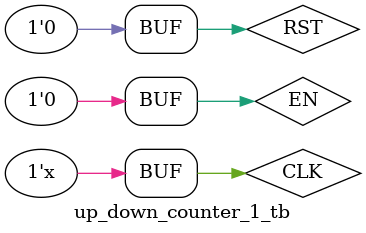
<source format=v>
module up_down_counter_1 #(parameter WIDTH=3) (
    input clk,rst,en,
    output reg [WIDTH-1:0]count
);

always @(posedge clk or posedge rst ) 
begin
    if(rst) 
        begin
            count<=0;
        end   
    else
        begin
            if (en) 
            begin
                count<=count+1;
                
            end
            else 
            begin
                count<=count-1;
            end
        end
end
    
endmodule

module up_down_counter_1_tb;

parameter width=4;
wire [width-1:0]COUNT;
reg CLK,RST,EN;

up_down_counter_1 #(.WIDTH(width) ) dur(.clk(CLK), .rst(RST), .en(EN), .count(COUNT));

initial begin
     $monitor("%t] COUNT=%B(%D)",$time,COUNT,COUNT);
   
    RST=0;CLK=0;EN=0;
    #1 RST=1;
    #4 RST=0;EN=1;
    #165 EN=0;
end

always #5 CLK=~CLK;
    
endmodule

</source>
